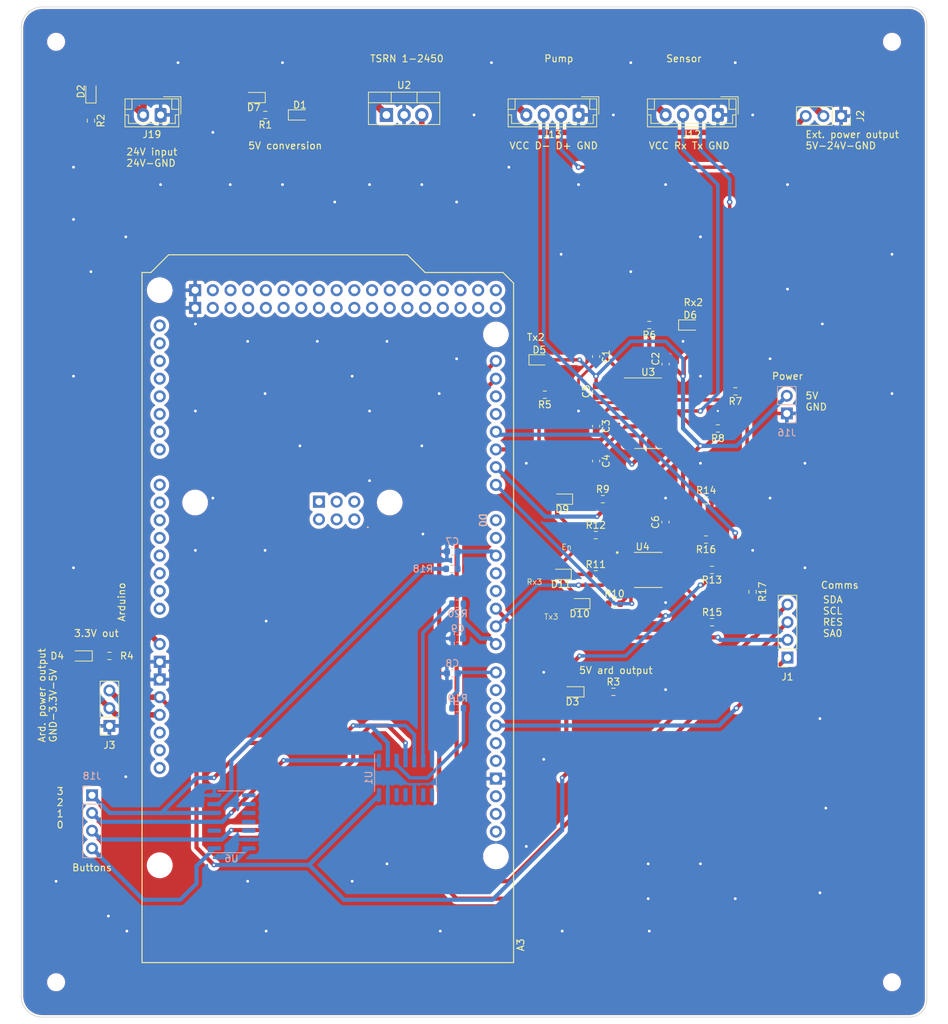
<source format=kicad_pcb>
(kicad_pcb (version 20221018) (generator pcbnew)
  (layers (0 "F.Cu" signal) (31 "B.Cu" signal) (34 "B.Paste" user) (35 "F.Paste" user) (36 "B.SilkS" user "B.Silkscreen") (37 "F.SilkS" user "F.Silkscreen") (38 "B.Mask" user) (39 "F.Mask" user) (44 "Edge.Cuts" user))
  (net 0 "")
  (net 1 "GND")
  (net 2 "/5Vard")
  (net 3 "/Rx2")
  (net 4 "/Tx2")
  (net 28 "/intPin")
  (net 34 "/Tx3")
  (net 35 "/Rx3")
  (net 75 "/RES")
  (net 76 "/TxS")
  (net 77 "/RxS")
  (net 78 "+24V")
  (net 79 "/SCL")
  (net 80 "/SDA")
  (net 81 "Net-(D1-K)")
  (net 82 "Net-(D2-K)")
  (net 83 "Net-(D3-K)")
  (net 84 "Net-(D4-K)")
  (net 85 "+3.3V")
  (net 86 "/EN485")
  (net 87 "/Y0")
  (net 88 "/Y1")
  (net 89 "/Y2")
  (net 90 "/Y3")
  (net 91 "/5VExt")
  (net 94 "Net-(U3-C1+)")
  (net 95 "Net-(U3-C1-)")
  (net 96 "Net-(U3-C2+)")
  (net 97 "Net-(U3-C2-)")
  (net 98 "Net-(U3-VS-)")
  (net 99 "Net-(U3-VS+)")
  (net 100 "Net-(D5-K)")
  (net 101 "Net-(D6-K)")
  (net 102 "Net-(D9-K)")
  (net 103 "Net-(D10-K)")
  (net 104 "Net-(D11-K)")
  (net 105 "/SA0")
  (net 106 "/D+")
  (net 107 "/D-")
  (net 108 "/RS435adapter/D+chip")
  (net 109 "/RS435adapter/D-chip")
  (net 114 "/L0")
  (net 115 "/L1")
  (net 118 "/NAND(Y0,Y1,Y2,Y3)")
  (net 119 "/L1d")
  (net 120 "/L0d")
  (net 131 "Net-(D7-K)")
  (footprint "Connector_JST:JST_EH_B2B-EH-A_1x02_P2.50mm_Vertical" (layer "F.Cu") (at 195 87.5 180)
    (fp_text reference "J19")
    (fp_text value "Ext. versorgung conn")
  )
  (footprint "Package_TO_SOT_THT:TO-220-3_Vertical" (layer "F.Cu") (at 227.42 87.5)
    (fp_text reference "U2")
    (fp_text value "L7805")
  )
  (footprint "Resistor_SMD:R_0603_1608Metric" (layer "F.Cu") (at 274.15 152.813 180)
    (fp_text reference "R13")
    (fp_text value "4.7k")
  )
  (footprint "Connector_JST:JST_EH_B4B-EH-A_1x04_P2.50mm_Vertical" (layer "F.Cu") (at 275 87.5 180)
    (fp_text reference "J12")
    (fp_text value "Sensor")
  )
  (footprint "LED_SMD:LED_0603_1608Metric_Pad1.05x0.95mm_HandSolder" (layer "F.Cu") (at 208.375 85 180)
    (fp_text reference "D7")
    (fp_text value "D")
  )
  (footprint "Resistor_SMD:R_0603_1608Metric" (layer "F.Cu") (at 265.1565 117.6565 180)
    (fp_text reference "R6")
    (fp_text value "1k")
  )
  (footprint "LED_SMD:LED_0603_1608Metric_Pad1.05x0.95mm_HandSolder" (layer "F.Cu") (at 271.0315 117.6565)
    (fp_text reference "D6")
    (fp_text value "LED")
  )
  (footprint "Capacitor_SMD:C_0603_1608Metric" (layer "F.Cu") (at 257.525 127.178 90)
    (fp_text reference "C5")
    (fp_text value "0.1u")
  )
  (footprint "LED_SMD:LED_0603_1608Metric_Pad1.05x0.95mm_HandSolder" (layer "F.Cu") (at 254.125 170.313 180)
    (fp_text reference "D3")
    (fp_text value "LED")
  )
  (footprint "Resistor_SMD:R_0603_1608Metric_Pad0.98x0.95mm_HandSolder" (layer "F.Cu") (at 187.6565 165.1565)
    (fp_text reference "R4")
    (fp_text value "1k")
  )
  (footprint "Capacitor_SMD:C_0603_1608Metric" (layer "F.Cu") (at 257.525 122.178 -90)
    (fp_text reference "C1")
    (fp_text value "0.1u")
  )
  (footprint "Package_SO:SOIC-16_3.9x9.9mm_P1.27mm" (layer "F.Cu") (at 265 130.313)
    (fp_text reference "U3")
    (fp_text value "MAX3232")
  )
  (footprint "LED_SMD:LED_0603_1608Metric" (layer "F.Cu") (at 252.475 153.448 180)
    (fp_text reference "D11")
    (fp_text value "LED")
  )
  (footprint "MountingHole:MountingHole_2.1mm" (layer "F.Cu") (at 180 77)
    (fp_text reference "REF**" hide)
    (fp_text value "MountingHole_2.1mm")
  )
  (footprint "Resistor_SMD:R_0603_1608Metric_Pad0.98x0.95mm_HandSolder" (layer "F.Cu") (at 260 170.313)
    (fp_text reference "R3")
    (fp_text value "1k")
  )
  (footprint "Resistor_SMD:R_0603_1608Metric" (layer "F.Cu") (at 273.325 142.813)
    (fp_text reference "R14")
    (fp_text value "4.7k")
  )
  (footprint "Resistor_SMD:R_0603_1608Metric" (layer "F.Cu") (at 258.4815 142.6565)
    (fp_text reference "R9")
    (fp_text value "1k")
  )
  (footprint "Resistor_SMD:R_0603_1608Metric_Pad0.98x0.95mm_HandSolder" (layer "F.Cu") (at 210.0375 87.5 180)
    (fp_text reference "R1")
    (fp_text value "1k")
  )
  (footprint "Resistor_SMD:R_0603_1608Metric" (layer "F.Cu") (at 275 132.5 180)
    (fp_text reference "R8")
    (fp_text value "4.7k")
  )
  (footprint "LED_SMD:LED_0603_1608Metric" (layer "F.Cu") (at 249.369 122.6565)
    (fp_text reference "D5")
    (fp_text value "LED")
  )
  (footprint "Resistor_SMD:R_0603_1608Metric" (layer "F.Cu") (at 257.475 153.448)
    (fp_text reference "R11")
    (fp_text value "1k")
  )
  (footprint "LED_SMD:LED_0603_1608Metric" (layer "F.Cu") (at 255.1565 157.6565 180)
    (fp_text reference "D10")
    (fp_text value "LED")
  )
  (footprint "MountingHole:MountingHole_2.1mm" (layer "F.Cu") (at 300 212)
    (fp_text reference "REF**" hide)
    (fp_text value "MountingHole_2.1mm")
  )
  (footprint "Connector_PinSocket_2.54mm:PinSocket_1x03_P2.54mm_Vertical" (layer "F.Cu") (at 292.6965 87.6565 -90)
    (fp_text reference "J2")
    (fp_text value "Opt. ext. Ausgangsspannung")
  )
  (footprint "MountingHole:MountingHole_2.1mm" (layer "F.Cu") (at 300 77)
    (fp_text reference "REF**" hide)
    (fp_text value "MountingHole_2.1mm")
  )
  (footprint "Capacitor_SMD:C_0603_1608Metric" (layer "F.Cu") (at 267.5 123.275 90)
    (fp_text reference "C2")
    (fp_text value ".1u")
  )
  (footprint "LED_SMD:LED_0603_1608Metric_Pad1.05x0.95mm_HandSolder" (layer "F.Cu") (at 215 87.5)
    (fp_text reference "D1")
    (fp_text value "LED")
  )
  (footprint "Resistor_SMD:R_0603_1608Metric" (layer "F.Cu") (at 257.475 147.813)
    (fp_text reference "R12")
    (fp_text value "10k")
  )
  (footprint "Resistor_SMD:R_0603_1608Metric" (layer "F.Cu") (at 260.1565 157.6565)
    (fp_text reference "R10")
    (fp_text value "1k")
  )
  (footprint "Connector_PinSocket_2.54mm:PinSocket_1x03_P2.54mm_Vertical" (layer "F.Cu") (at 187.6565 175.1965 180)
    (fp_text reference "J3")
    (fp_text value "Opt. Ard. Ausgangspannung")
  )
  (footprint "Capacitor_SMD:C_0603_1608Metric" (layer "F.Cu") (at 267.475 145.948 90)
    (fp_text reference "C6")
    (fp_text value ".1u")
  )
  (footprint "Connector_PinSocket_2.54mm:PinSocket_1x04_P2.54mm_Vertical" (layer "F.Cu") (at 285 165.393 180)
    (fp_text reference "J1")
    (fp_text value "Comms")
  )
  (footprint "LED_SMD:LED_0603_1608Metric" (layer "F.Cu") (at 252.6565 142.6565 180)
    (fp_text reference "D9")
    (fp_text value "LED")
  )
  (footprint "LED_SMD:LED_0603_1608Metric_Pad1.05x0.95mm_HandSolder" (layer "F.Cu") (at 183.5315 165.1565 180)
    (fp_text reference "D4")
    (fp_text value "LED")
  )
  (footprint "Resistor_SMD:R_0603_1608Metric" (layer "F.Cu") (at 277.525 127.178 180)
    (fp_text reference "R7")
    (fp_text value "4.7k")
  )
  (footprint "LED_SMD:LED_0603_1608Metric_Pad1.05x0.95mm_HandSolder" (layer "F.Cu") (at 185 84.125 90)
    (fp_text reference "D2")
    (fp_text value "LED")
  )
  (footprint "Resistor_SMD:R_0603_1608Metric" (layer "F.Cu") (at 185 88.325 -90)
    (fp_text reference "R2")
    (fp_text value "1k")
  )
  (footprint "Capacitor_SMD:C_0603_1608Metric" (layer "F.Cu") (at 257.525 137.178 -90)
    (fp_text reference "C4")
    (fp_text value "0.1u")
  )
  (footprint "MAX485:SOIC127P600X175-8N" (layer "F.Cu") (at 265 152.813)
    (fp_text reference "U4")
    (fp_text value "MAX485ESA_T")
  )
  (footprint "Resistor_SMD:R_0603_1608Metric" (layer "F.Cu") (at 279.975 155.948 -90)
    (fp_text reference "R17")
    (fp_text value "120")
  )
  (footprint "Resistor_SMD:R_0603_1608Metric" (layer "F.Cu") (at 250.1565 127.6565 180)
    (fp_text reference "R5")
    (fp_text value "1k")
  )
  (footprint "Resistor_SMD:R_0603_1608Metric" (layer "F.Cu") (at 273.3 148.448 180)
    (fp_text reference "R16")
    (fp_text value "10")
  )
  (footprint "Resistor_SMD:R_0603_1608Metric" (layer "F.Cu") (at 274.175 160.313)
    (fp_text reference "R15")
    (fp_text value "10")
  )
  (footprint "MountingHole:MountingHole_2.1mm" (layer "F.Cu") (at 180 212)
    (fp_text reference "REF**" hide)
    (fp_text value "MountingHole_2.1mm")
  )
  (footprint "Capacitor_SMD:C_0603_1608Metric" (layer "F.Cu") (at 257.525 132.178 -90)
    (fp_text reference "C3")
    (fp_text value "0.1u")
  )
  (footprint "Connector_JST:JST_EH_B4B-EH-A_1x04_P2.50mm_Vertical" (layer "F.Cu") (at 255 87.5 180)
    (fp_text reference "J13")
    (fp_text value "Bomba")
  )
  (footprint "Capacitor_SMD:C_0603_1608Metric" (layer "B.Cu") (at 237.6565 162.6565 180)
    (fp_text reference "C9")
    (fp_text value "0.1u")
  )
  (footprint "Capacitor_SMD:C_0603_1608Metric" (layer "B.Cu") (at 236.8815 167.6565 180)
    (fp_text reference "C8")
    (fp_text value "0.1u")
  )
  (footprint "Resistor_SMD:R_0603_1608Metric" (layer "B.Cu") (at 237.6565 172.6565 180)
    (fp_text reference "R19")
    (fp_text value "10k")
  )
  (footprint "Resistor_SMD:R_0603_1608Metric" (layer "B.Cu") (at 236.8315 152.6565)
    (fp_text reference "R18")
    (fp_text value "10k")
  )
  (footprint "Resistor_SMD:R_0603_1608Metric" (layer "B.Cu") (at 237.6565 157.6565)
    (fp_text reference "R20")
    (fp_text value "10k")
  )
  (footprint "Capacitor_SMD:C_0603_1608Metric" (layer "B.Cu") (at 236.8815 150.1565 180)
    (fp_text reference "C7")
    (fp_text value "0.1u")
  )
  (footprint "Package_SO:SOIC-14_3.9x8.7mm_P1.27mm" (layer "B.Cu") (at 205.1815 188.9665)
    (fp_text reference "U6")
    (fp_text value "74LS20")
  )
  (footprint "Connector_PinSocket_2.54mm:PinSocket_1x02_P2.54mm_Vertical" (layer "B.Cu") (at 284.898 130.353)
    (fp_text reference "J16")
    (fp_text value "Power")
  )
  (footprint "Connector_PinSocket_2.54mm:PinSocket_1x04_P2.54mm_Vertical" (layer "B.Cu") (at 185.1565 185.1565 180)
    (fp_text reference "J18")
    (fp_text value "Buttons")
  )
  (footprint "Package_SO:SOIC-14_3.9x8.7mm_P1.27mm" (layer "B.Cu") (at 230.1565 182.6565 -90)
    (fp_text reference "U1")
    (fp_text value "74LS01")
  )
  (footprint "Arduino:Arduino_Mega2560_R3_Shield" (layer "B.Cu") (at 192.3365 209.1765 90)
    (fp_text reference "A3")
    (fp_text value "Arduino_Mega2560_R3_Shield")
  )
  (gr_line (start 300 217) (end 302.5 217) (stroke (width 0.1)) (layer "Edge.Cuts"))
  (gr_arc (start 178 217) (mid 175.87868 216.12132) (end 175 214) (stroke (width 0.1)) (layer "Edge.Cuts"))
  (gr_arc (start 302.5 72) (mid 304.267767 72.732233) (end 305 74.5) (stroke (width 0.1)) (layer "Edge.Cuts"))
  (gr_line (start 305 75) (end 305 213.75) (stroke (width 0.1)) (layer "Edge.Cuts"))
  (gr_line (start 178 72) (end 302.5 72) (stroke (width 0.1)) (layer "Edge.Cuts"))
  (gr_line (start 300 217) (end 178 217) (stroke (width 0.1)) (layer "Edge.Cuts"))
  (gr_line (start 175 214) (end 175 75) (stroke (width 0.1)) (layer "Edge.Cuts"))
  (gr_line (start 305 214.5) (end 305 213.75) (stroke (width 0.1)) (layer "Edge.Cuts"))
  (gr_line (start 305 74.5) (end 305 75) (stroke (width 0.1)) (layer "Edge.Cuts"))
  (gr_arc (start 305 214.5) (mid 304.267767 216.267767) (end 302.5 217) (stroke (width 0.1)) (layer "Edge.Cuts"))
  (gr_arc (start 175 75) (mid 175.87868 72.87868) (end 178 72) (stroke (width 0.1)) (layer "Edge.Cuts"))
  (gr_text "Arduino" (at 190 160.313 90) (layer "F.SilkS") (effects (font (size 1 1)) (justify left bottom)))
  (gr_text "3\n2\n1\n0" (at 180 190) (layer "F.SilkS") (effects (font (size 1 1)) (justify left bottom)))
  (gr_text "Tx2" (at 247.5 120) (layer "F.SilkS") (effects (font (size 1 1)) (justify left bottom)))
  (gr_text "Rx3" (at 247.5 155) (layer "F.SilkS") (effects (font (size 0.8 0.8) (thickness 0.1)) (justify left bottom)))
  (gr_text "Ard. power output\nGND-3.3V-5V" (at 180.1565 177.6565 90) (layer "F.SilkS") (effects (font (size 1 1)) (justify left bottom)))
  (gr_text "Tx3" (at 250 160) (layer "F.SilkS") (effects (font (size 0.8 0.8) (thickness 0.1) bold) (justify left bottom)))
  (gr_text "24V input\n24V-GND" (at 190 95) (layer "F.SilkS") (effects (font (size 1 1)) (justify left bottom)))
  (gr_text "5V\nGND" (at 287.5 130) (layer "F.SilkS") (effects (font (size 1 1)) (justify left bottom)))
  (gr_text "5V ard output" (at 255 167.813) (layer "F.SilkS") (effects (font (size 1 1)) (justify left bottom)))
  (gr_text "Sensor\n" (at 267.5 80) (layer "F.SilkS") (effects (font (size 1 1)) (justify left bottom)))
  (gr_text "Ext. power output\n5V-24V-GND" (at 287.5 92.5) (layer "F.SilkS") (effects (font (size 1 1)) (justify left bottom)))
  (gr_text "SDA\nSCL\nRES\nSA0" (at 290 162.5) (layer "F.SilkS") (effects (font (size 1 1)) (justify left bottom)))
  (gr_text "VCC D- D+ GND" (at 245 92.5) (layer "F.SilkS") (effects (font (size 1 1)) (justify left bottom)))
  (gr_text "5V conversion" (at 207.5 92.5) (layer "F.SilkS") (effects (font (size 1 1)) (justify left bottom)))
  (gr_text "Pump\n" (at 250 80) (layer "F.SilkS") (effects (font (size 1 1)) (justify left bottom)))
  (gr_text "VCC Rx Tx GND" (at 265 92.5) (layer "F.SilkS") (effects (font (size 1 1)) (justify left bottom)))
  (gr_text "En" (at 252.5 150) (layer "F.SilkS") (effects (font (size 0.8 0.8) (thickness 0.1) bold) (justify left bottom)))
  (gr_text "3.3V out" (at 182.5 162.5) (layer "F.SilkS") (effects (font (size 1 1)) (justify left bottom)))
  (gr_text "Rx2" (at 270 115) (layer "F.SilkS") (effects (font (size 1 1)) (justify left bottom)))
  (gr_text "TSRN 1-2450" (at 225 80) (layer "F.SilkS") (effects (font (size 1 1)) (justify left bottom)))
  (segment (start 270.362 127.138) (end 272.5 125) (width 0.5) (layer "F.Cu") (net 1))
  (segment (start 267.475 127.138) (end 270.362 127.138) (width 0.5) (layer "F.Cu") (net 1))
  (segment (start 267.475 154.718) (end 267.475 157.475) (width 0.5) (layer "F.Cu") (net 1))
  (segment (start 267.475 157.475) (end 267.5 157.5) (width 0.5) (layer "F.Cu") (net 1))
  (via (at 245 95) (size 0.8) (drill 0.4) (layers "F.Cu" "B.Cu") (net 1))
  (via (at 262.5 80) (size 0.8) (drill 0.4) (layers "F.Cu" "B.Cu") (net 1))
  (via (at 247.5 192.5) (size 0.8) (drill 0.4) (layers "F.Cu" "B.Cu") (net 1))
  (via (at 182.5 152.5) (size 0.8) (drill 0.4) (layers "F.Cu" "B.Cu") (net 1))
  (via (at 215 135) (size 0.8) (drill 0.4) (layers "F.Cu" "B.Cu") (net 1))
  (via (at 287.5 152.5) (size 0.8) (drill 0.4) (layers "F.Cu" "B.Cu") (net 1))
  (via (at 289.6565 199.1565) (size 0.8) (drill 0.4) (layers "F.Cu" "B.Cu") (net 1))
  (via (at 275 130) (size 0.7) (drill 0.3) (layers "F.Cu" "B.Cu") (net 1))
  (via (at 225 140) (size 0.8) (drill 0.4) (layers "F.Cu" "B.Cu") (net 1))
  (via (at 200 130) (size 0.8) (drill 0.4) (layers "F.Cu" "B.Cu") (net 1))
  (via (at 232.5 135) (size 0.8) (drill 0.4) (layers "F.Cu" "B.Cu") (net 1))
  (via (at 237.5 122.5) (size 0.8) (drill 0.4) (layers "F.Cu" "B.Cu") (net 1))
  (via (at 227.5 120) (size 0.8) (drill 0.4) (layers "F.Cu" "B.Cu") (net 1))
  (via (at 265 200) (size 0.8) (drill 0.4) (layers "F.Cu" "B.Cu") (net 1))
  (via (at 180 197.5) (size 0.8) (drill 0.4) (layers "F.Cu" "B.Cu") (net 1))
  (via (at 195 97.5) (size 0.8) (drill 0.4) (layers "F.Cu" "B.Cu") (net 1))
  (via (at 285 97.5) (size 0.8) (drill 0.4) (layers "F.Cu" "B.Cu") (net 1))
  (via (at 240 87.5) (size 0.8) (drill 0.4) (layers "F.Cu" "B.Cu") (net 1))
  (via (at 300 127.5) (size 0.8) (drill 0.4) (layers "F.Cu" "B.Cu") (net 1))
  (via (at 250 180) (size 0.8) (drill 0.4) (layers "F.Cu" "B.Cu") (net 1))
  (via (at 285 112.5) (size 0.8) (drill 0.4) (layers "F.Cu" "B.Cu") (net 1))
  (via (at 182.5 125) (size 0.8) (drill 0.4) (layers "F.Cu" "B.Cu") (net 1))
  (via (at 270 120) (size 0.8) (drill 0.4) (layers "F.Cu" "B.Cu") (net 1))
  (via (at 280 150) (size 0.8) (drill 0.4) (layers "F.Cu" "B.Cu") (net 1))
  (via (at 190.1565 204.6565) (size 0.8) (drill 0.4) (layers "F.Cu" "B.Cu") (net 1))
  (via (at 212.5 97.5) (size 0.8) (drill 0.4) (layers "F.Cu" "B.Cu") (net 1))
  (via (at 207.5 197.5) (size 0.8) (drill 0.4) (layers "F.Cu" "B.Cu") (net 1))
  (via (at 222.5 125) (size 0.8) (drill 0.4) (layers "F.Cu" "B.Cu") (net 1))
  (via (at 277.5 200) (size 0.8) (drill 0.4) (layers "F.Cu" "B.Cu") (net 1))
  (via (at 300 107.5) (size 0.8) (drill 0.4) (layers "F.Cu" "B.Cu") (net 1))
  (via (at 272.5 105) (size 0.8) (drill 0.4) (layers "F.Cu" "B.Cu") (net 1))
  (via (at 272.5 137.5) (size 0.8) (drill 0.4) (layers "F.Cu" "B.Cu") (net 1))
  (via (at 207.5 120) (size 0.8) (drill 0.4) (layers "F.Cu" "B.Cu") (net 1))
  (via (at 202.5 142.5) (size 0.8) (drill 0.4) (layers "F.Cu" "B.Cu") (net 1))
  (via (at 265 195) (size 0.8) (drill 0.4) (layers "F.Cu" "B.Cu") (net 1))
  (via (at 210.1565 204.6565) (size 0.8) (drill 0.4) (layers "F.Cu" "B.Cu") (net 1))
  (via (at 197.5 80) (size 0.8) (drill 0.4) (layers "F.Cu" "B.Cu") (net 1))
  (via (at 235.1565 204.6565) (size 0.8) (drill 0.4) (layers "F.Cu" "B.Cu") (net 1))
  (via (at 220 100) (size 0.8) (drill 0.4) (layers "F.Cu" "B.Cu") (net 1))
  (via (at 182.5 102.5) (size 0.8) (drill 0.4) (layers "F.Cu" "B.Cu") (net 1))
  (via (at 289.6565 174.1565) (size 0.8) (drill 0.4) (layers "F.Cu" "B.Cu") (net 1))
  (via (at 232.6565 147.6565) (size 0.8) (drill 0.4) (layers "F.Cu" "B.Cu") (net 1))
  (via (at 210 127.5) (size 0.8) (drill 0.4) (layers "F.Cu" "B.Cu") (net 1))
  (via (at 227.5 195) (size 0.8) (drill 0.4) (layers "F.Cu" "B.Cu") (net 1))
  (via (at 290 117.5) (size 0.8) (drill 0.4) (layers "F.Cu" "B.Cu") (net 1))
  (via (at 205 97.5) (size 0.8) (drill 0.4) (layers "F.Cu" "B.Cu") (net 1))
  (via (at 255 97.5) (size 0.8) (drill 0.4) (layers "F.Cu" "B.Cu") (net 1))
  (via (at 267.5 170) (size 0.8) (drill 0.4) (layers "F.Cu" "B.Cu") (net 1))
  (via (at 272.5 125) (size 0.8) (drill 0.4) (layers "F.Cu" "B.Cu") (net 1))
  (via (at 247.5 137.5) (size 0.8) (drill 0.4) (layers "F.Cu" "B.Cu") (net 1))
  (via (at 210 150) (size 0.8) (drill 0.4) (layers "F.Cu" "B.Cu") (net 1))
  (via (at 282.5 122.5) (size 0.8) (drill 0.4) (layers "F.Cu" "B.Cu") (net 1))
  (via (at 200 117.5) (size 0.8) (drill 0.4) (layers "F.Cu" "B.Cu") (net 1))
  (via (at 267.5 157.5) (size 0.8) (drill 0.4) (layers "F.Cu" "B.Cu") (net 1))
  (via (at 252.6565 204.6565) (size 0.8) (drill 0.4) (layers "F.Cu" "B.Cu") (net 1))
  (via (at 277.5 80) (size 0.8) (drill 0.4) (layers "F.Cu" "B.Cu") (net 1))
  (via (at 252.5 107.5) (size 0.8) (drill 0.4) (layers "F.Cu" "B.Cu") (net 1))
  (via (at 250 167.5) (size 0.8) (drill 0.4) (layers "F.Cu" "B.Cu") (net 1))
  (via (at 190 105) (size 0.8) (drill 0.4) (layers "F.Cu" "B.Cu") (net 1))
  (via (at 255 130) (size 0.8) (drill 0.4) (layers "F.Cu" "B.Cu") (net 1))
  (via (at 185 110) (size 0.8) (drill 0.4) (layers "F.Cu" "B.Cu") (net 1))
  (via (at 202.5 90) (size 0.8) (drill 0.4) (layers "F.Cu" "B.Cu") (net 1))
  (via (at 290.5 187) (size 0.8) (drill 0.4) (layers "F.Cu" "B.Cu") (net 1))
  (via (at 212.5 80) (size 0.8) (drill 0.4) (layers "F.Cu" "B.Cu") (net 1))
  (via (at 182.5 95) (size 0.8) (drill 0.4) (layers "F.Cu" "B.Cu") (net 1))
  (via (at 210.1565 160.1565) (size 0.8) (drill 0.4) (layers "F.Cu" "B.Cu") (net 1))
  (via (at 237.5 100) (size 0.8) (drill 0.4) (layers "F.Cu" "B.Cu") (net 1))
  (via (at 242.5 80) (size 0.8) (drill 0.4) (layers "F.Cu" "B.Cu") (net 1))
  (via (at 222.5 197.5) (size 0.8) (drill 0.4) (layers "F.Cu" "B.Cu") (net 1))
  (via (at 225 97.5) (size 0.8) (drill 0.4) (layers "F.Cu" "B.Cu") (net 1))
  (via (at 287.5 137.5) (size 0.8) (drill 0.4) (layers "F.Cu" "B.Cu") (net 1))
  (via (at 262.5 110) (size 0.8) (drill 0.4) (layers "F.Cu" "B.Cu") (net 1))
  (via (at 267.5 142.5) (size 0.8) (drill 0.4) (layers "F.Cu" "B.Cu") (net 1))
  (via (at 190 182.5) (size 0.8) (drill 0.4) (layers "F.Cu" "B.Cu") (net 1))
  (via (at 225 130) (size 0.8) (drill 0.4) (layers "F.Cu" "B.Cu") (net 1))
  (via (at 217.5 120) (size 0.8) (drill 0.4) (layers "F.Cu" "B.Cu") (net 1))
  (via (at 232.5 97.5) (size 0.8) (drill 0.4) (layers "F.Cu" "B.Cu") (net 1))
  (via (at 280 87.5) (size 0.8) (drill 0.4) (layers "F.Cu" "B.Cu") (net 1))
  (via (at 187.5 202.5) (size 0.8) (drill 0.4) (layers "F.Cu" "B.Cu") (net 1))
  (via (at 272.5 195) (size 0.8) (drill 0.4) (layers "F.Cu" "B.Cu") (net 1))
  (via (at 265.1565 204.6565) (size 0.8) (drill 0.4) (layers "F.Cu" "B.Cu") (net 1))
  (via (at 267.5 97.5) (size 0.8) (drill 0.4) (layers "F.Cu" "B.Cu") (net 1))
  (via (at 260 87.5) (size 0.8) (drill 0.4) (layers "F.Cu" "B.Cu") (net 1))
  (via (at 200 150) (size 0.8) (drill 0.4) (layers "F.Cu" "B.Cu") (net 1))
  (via (at 235 127.5) (size 0.8) (drill 0.4) (layers "F.Cu" "B.Cu") (net 1))
  (via (at 282.5 142.5) (size 0.8) (drill 0.4) (layers "F.Cu" "B.Cu") (net 1))
  (segment (start 233.9665 180.1815) (end 233.9665 178.5335) (width 0.6) (layer "B.Cu") (net 1))
  (segment (start 233.9665 178.5335) (end 235 177.5) (width 0.6) (layer "B.Cu") (net 1))
  (segment (start 257.525 126.403) (end 257.525 125.025) (width 0.5) (layer "F.Cu") (net 2))
  (segment (start 273.325 135) (end 272.5 135) (width 0.6) (layer "F.Cu") (net 2))
  (segment (start 263.75 160) (end 256.7125 160) (width 0.5) (layer "F.Cu") (net 2))
  (segment (start 275.825 132.5) (end 273.325 135) (width 0.6) (layer "F.Cu") (net 2))
  (segment (start 251.869 142.6565) (end 251.869 144.76275) (width 0.5) (layer "F.Cu") (net 2))
  (segment (start 267.5 125.843) (end 267.475 125.868) (width 0.6) (layer "F.Cu") (net 2))
  (segment (start 188.6165 171.0765) (end 187.6565 170.1165) (width 0.8) (layer "F.Cu") (net 2))
  (segment (start 272.5 155) (end 272.788 155) (width 0.5) (layer "F.Cu") (net 2))
  (segment (start 257.525 125.025) (end 257.5 125) (width 0.5) (layer "F.Cu") (net 2))
  (segment (start 278.35 129.15) (end 278.35 127.178) (width 0.6) (layer "F.Cu") (net 2))
  (segment (start 265 152.5) (end 266.592 150.908) (width 0.5) (layer "F.Cu") (net 2))
  (segment (start 267.5 124.05) (end 269.05 124.05) (width 0.6) (layer "F.Cu") (net 2))
  (segment (start 267.5 159.4135) (end 266.9135 159.4135) (width 0.5) (layer "F.Cu") (net 2))
  (segment (start 253.25 182.063) (end 252.6565 182.6565) (width 0.6) (layer "F.Cu") (net 2))
  (segment (start 194.8765 171.0765) (end 188.6165 171.0765) (width 0.8) (layer "F.Cu") (net 2))
  (segment (start 270.1565 124.8435) (end 270.1565 122.6565) (width 0.5) (layer "F.Cu") (net 2))
  (segment (start 267.5 124.05) (end 267.5 125.843) (width 0.6) (layer "F.Cu") (net 2))
  (segment (start 275.825 132.5) (end 275.825 131.675) (width 0.6) (layer "F.Cu") (net 2))
  (segment (start 270.1565 122.6565) (end 271.9065 120.9065) (width 0.5) (layer "F.Cu") (net 2))
  (segment (start 254.369 156.1295) (end 254.369 157.6565) (width 0.5) (layer "F.Cu") (net 2))
  (segment (start 270 144.198) (end 267.475 146.723) (width 0.6) (layer "F.Cu") (net 2))
  (segment (start 251.6875 152.7755) (end 251.6875 153.448) (width 0.5) (layer "F.Cu") (net 2))
  (segment (start 202.6565 195.1565) (end 200.1565 192.6565) (width 0.6) (layer "F.Cu") (net 2))
  (segment (start 200.1565 192.6565) (end 200.1565 176.3565) (width 0.6) (layer "F.Cu") (net 2))
  (segment (start 270 125) (end 270.1565 124.8435) (width 0.5) (layer "F.Cu") (net 2))
  (segment (start 264.3365 159.4135) (end 263.75 160) (width 0.5) (layer "F.Cu") (net 2))
  (segment (start 256.65 147.813) (end 251.6875 152.7755) (width 0.5) (layer "F.Cu") (net 2))
  (segment (start 256.7125 160) (end 254.369 157.6565) (width 0.5) (layer "F.Cu") (net 2))
  (segment (start 272.5 135) (end 270 137.5) (width 0.6) (layer "F.Cu") (net 2))
  (segment (start 251.6875 153.448) (end 254.369 156.1295) (width 0.5) (layer "F.Cu") (net 2))
  (segment (start 275.825 131.675) (end 278.35 129.15) (width 0.6) (layer "F.Cu") (net 2))
  (segment (start 269.05 124.05) (end 270 125) (width 0.6) (layer "F.Cu") (net 2))
  (segment (start 266.592 150.908) (end 267.475 150.908) (width 0.5) (layer "F.Cu") (net 2))
  (segment (start 253.25 170.313) (end 253.25 167.063) (width 0.6) (layer "F.Cu") (net 2))
  (segment (start 266.9135 159.4135) (end 265 157.5) (width 0.5) (layer "F.Cu") (net 2))
  (segment (start 251.869 144.76275) (end 251.909375 144.76275) (width 0.5) (layer "F.Cu") (net 2))
  (segment (start 272.788 155) (end 274.975 152.813) (width 0.5) (layer "F.Cu") (net 2))
  (segment (start 271.9065 120.9065) (end 271.9065 117.6565) (width 0.5) (layer "F.Cu") (net 2))
  (segment (start 253.25 170.313) (end 253.25 182.063) (width 0.6) (layer "F.Cu") (net 2))
  (segment (start 270 137.5) (end 270 144.198) (width 0.6) (layer "F.Cu") (net 2))
  (segment (start 253.25 167.063) (end 255.1565 165.1565) (width 0.6) (layer "F.Cu") (net 2))
  (segment (start 254.959625 147.813) (end 256.65 147.813) (width 0.5) (layer "F.Cu") (net 2))
  (segment (start 255.1565 122.6565) (end 250.1565 122.6565) (width 0.5) (layer "F.Cu") (net 2))
  (segment (start 251.909375 144.76275) (end 254.959625 147.813) (width 0.5) (layer "F.Cu") (net 2))
  (segment (start 200.1565 176.3565) (end 194.8765 171.0765) (width 0.6) (layer "F.Cu") (net 2))
  (segment (start 267.475 146.723) (end 267.475 150.908) (width 0.5) (layer "F.Cu") (net 2))
  (segment (start 267.5 159.4135) (end 264.3365 159.4135) (width 0.5) (layer "F.Cu") (net 2))
  (segment (start 265 157.5) (end 265 152.5) (width 0.5) (layer "F.Cu") (net 2))
  (via (at 255.1565 165.1565) (size 0.7) (drill 0.3) (layers "F.Cu" "B.Cu") (net 2))
  (via (at 272.5 155) (size 0.8) (drill 0.4) (layers "F.Cu" "B.Cu") (net 2))
  (via (at 272.5 135) (size 0.8) (drill 0.4) (layers "F.Cu" "B.Cu") (net 2))
  (via (at 270 125) (size 0.8) (drill 0.4) (layers "F.Cu" "B.Cu") (net 2))
  (via (at 202.6565 195.1565) (size 0.7) (drill 0.3) (layers "F.Cu" "B.Cu") (net 2))
  (via (at 255.1565 122.6565) (size 0.7) (drill 0.3) (layers "F.Cu" "B.Cu") (net 2))
  (via (at 267.5 159.4135) (size 0.8) (drill 0.4) (layers "F.Cu" "B.Cu") (net 2))
  (via (at 257.5 125) (size 0.8) (drill 0.4) (layers "F.Cu" "B.Cu") (net 2))
  (via (at 252.6565 182.6565) (size 0.7) (drill 0.3) (layers "F.Cu" "B.Cu") (net 2))
  (segment (start 205.1565 195.1565) (end 207.5365 192.7765) (width 0.6) (layer "B.Cu") (net 2))
  (segment (start 277.711 135) (end 284.898 127.813) (width 0.6) (layer "B.Cu") (net 2))
  (segment (start 242.6565 200.1565) (end 252.6565 190.1565) (width 0.6) (layer "B.Cu") (net 2))
  (segment (start 267.5 159.4135) (end 268.0865 159.4135) (width 0.5) (layer "B.Cu") (net 2))
  (segment (start 205.1565 195.1565) (end 216.3215 195.1565) (width 0.6) (layer "B.Cu") (net 2))
  (segment (start 268.0865 159.4135) (end 272.5 155) (width 0.5) (layer "B.Cu") (net 2))
  (segment (start 261.757 165.1565) (end 267.5 159.4135) (width 0.5) (layer "B.Cu") (net 2))
  (segment (start 257.5 125) (end 255.1565 122.6565) (width 0.5) (layer "B.Cu") (net 2))
  (segment (start 257.5 125) (end 262.5 120) (width 0.5) (layer "B.Cu") (net 2))
  (segment (start 270 132.5) (end 272.5 135) (width 0.6) (layer "B.Cu") (net 2))
  (segment (start 255.1565 165.1565) (end 261.757 165.1565) (width 0.5) (layer "B.Cu") (net 2))
  (segment (start 272.5 135) (end 277.711 135) (width 0.6) (layer "B.Cu") (net 2))
  (segment (start 270 125) (end 270 132.5) (width 0.6) (layer "B.Cu") (net 2))
  (segment (start 270 122.5) (end 270 125) (width 0.5) (layer "B.Cu") (net 2))
  (segment (start 262.5 120) (end 267.5 120) (width 0.5) (layer "B.Cu") (net 2))
  (segment (start 216.3215 195.1565) (end 226.3465 185.1315) (width 0.6) (layer "B.Cu") (net 2))
  (segment (start 207.5365 192.7765) (end 207.6565 192.7765) (width 0.6) (layer "B.Cu") (net 2))
  (segment (start 202.6565 195.1565) (end 205.1565 195.1565) (width 0.6) (layer "B.Cu") (net 2))
  (segment (start 216.3215 195.1565) (end 221.3215 200.1565) (width 0.6) (layer "B.Cu") (net 2))
  (segment (start 252.6565 190.1565) (end 252.6565 182.6565) (width 0.6) (layer "B.Cu") (net 2))
  (segment (start 221.3215 200.1565) (end 242.6565 200.1565) (width 0.6) (layer "B.Cu") (net 2))
  (segment (start 267.5 120) (end 270 122.5) (width 0.5) (layer "B.Cu") (net 2))
  (segment (start 267.475 130.948) (end 266.850761 130.948) (width 0.6) (layer "F.Cu") (net 3))
  (segment (start 265.1565 118.4815) (end 264.3315 117.6565) (width 0.6) (layer "F.Cu") (net 3))
  (segment (start 265.1565 129.253739) (end 265.1565 118.4815) (width 0.6) (layer "F.Cu") (net 3))
  (segment (start 264 133.798761) (end 264 136.313) (width 0.6) (layer "F.Cu") (net 3))
  (segment (start 264 136.313) (end 262.6565 137.6565) (width 0.6) (layer "F.Cu") (net 3))
  (segment (start 266.850761 130.948) (end 265.1565 129.253739) (width 0.6) (layer "F.Cu") (net 3))
  (segment (start 266.850761 130.948) (end 264 133.798761) (width 0.6) (layer "F.Cu") (net 3))
  (via (at 262.6565 137.6565) (size 0.7) (drill 0.3) (layers "F.Cu" "B.Cu") (net 3))
  (segment (start 258.4 133.4) (end 243.56 133.4) (width 0.6) (layer "B.Cu") (net 3))
  (segment (start 262.6565 137.6565) (end 258.4 133.4) (width 0.6) (layer "B.Cu") (net 3))
  (segment (start 243.56 133.4) (end 243.1365 132.9765) (width 0.6) (layer "B.Cu") (net 3))
  (segment (start 268.099239 132.218) (end 270 134.118761) (width 0.6) (layer "F.Cu") (net 4))
  (segment (start 270 135) (end 265 140) (width 0.6) (layer "F.Cu") (net 4))
  (segment (start 249.3315 134.3315) (end 250.5165 135.5165) (width 0.5) (layer "F.Cu") (net 4))
  (segment (start 255 140) (end 250.5165 135.5165) (width 0.6) (layer "F.Cu") (net 4))
  (segment (start 270 134.118761) (end 270 135) (width 0.6) (layer "F.Cu") (net 4))
  (segment (start 265 140) (end 255 140) (width 0.6) (layer "F.Cu") (net 4))
  (segment (start 250.5165 135.5165) (end 243.1365 135.5165) (width 0.6) (layer "F.Cu") (net 4))
  (segment (start 249.3315 127.6565) (end 249.3315 134.3315) (width 0.5) (layer "F.Cu") (net 4))
  (segment (start 267.475 132.218) (end 268.099239 132.218) (width 0.6) (layer "F.Cu") (net 4))
  (segment (start 242.5365 150.1565) (end 237.6565 150.1565) (width 0.6) (layer "B.Cu") (net 28))
  (segment (start 237.6565 150.1565) (end 237.6565 152.6565) (width 0.6) (layer "B.Cu") (net 28))
  (segment (start 243.1365 150.7565) (end 242.5365 150.1565) (width 0.6) (layer "B.Cu") (net 28))
  (segment (start 262.525 157.525) (end 262.6565 157.6565) (width 0.5) (layer "F.Cu") (net 34))
  (segment (start 262.525 154.718) (end 262.525 156.113) (width 0.5) (layer "F.Cu") (net 34))
  (segment (start 262.525 156.113) (end 262.525 157.525) (width 0.5) (layer "F.Cu") (net 34))
  (segment (start 262.525 156.113) (end 260.9815 157.6565) (width 0.5) (layer "F.Cu") (net 34))
  (via (at 262.6565 157.6565) (size 0.7) (drill 0.3) (layers "F.Cu" "B.Cu") (net 34))
  (segment (start 260.1965 157.6565) (end 243.1365 140.5965) (width 0.5) (layer "B.Cu") (net 34))
  (segment (start 262.6565 157.6565) (end 260.1965 157.6565) (width 0.5) (layer "B.Cu") (net 34))
  (segment (start 259.3065 142.6565) (end 260.1565 143.5065) (width 0.5) (layer "F.Cu") (net 35))
  (segment (start 259.3065 143.5065) (end 257.6565 145.1565) (width 0.6) (layer "F.Cu") (net 35))
  (segment (start 260.1565 148.5395) (end 262.525 150.908) (width 0.5) (layer "F.Cu") (net 35))
  (segment (start 259.3065 142.6565) (end 259.3065 143.5065) (width 0.6) (layer "F.Cu") (net 35))
  (segment (start 260.1565 143.5065) (end 260.1565 148.5395) (width 0.5) (layer "F.Cu") (net 35))
  (via (at 257.6565 145.1565) (size 0.7) (drill 0.3) (layers "F.Cu" "B.Cu") (net 35))
  (segment (start 257.6565 145.1565) (end 250.2365 145.1565) (width 0.6) (layer "B.Cu") (net 35))
  (segment (start 250.2365 145.1565) (end 243.1365 138.0565) (width 0.6) (layer "B.Cu") (net 35))
  (segment (start 243.1365 158.3765) (end 247.26 162.5) (width 0.6) (layer "F.Cu") (net 75))
  (segment (start 247.26 162.5) (end 275 162.5) (width 0.6) (layer "F.Cu") (net 75))
  (via (at 275 162.5) (size 0.8) (drill 0.4) (layers "F.Cu" "B.Cu") (net 75))
  (segment (start 275.353 162.853) (end 285 162.853) (width 0.6) (layer "B.Cu") (net 75))
  (segment (start 275 162.5) (end 275.353 162.853) (width 0.6) (layer "B.Cu") (net 75))
  (segment (start 275.47 128.408) (end 276.7 127.178) (width 0.5) (layer "F.Cu") (net 76))
  (segment (start 267.475 128.408) (end 275.47 128.408) (width 0.5) (layer "F.Cu") (net 76))
  (segment (start 276.7 100) (end 276.7 127.178) (width 0.5) (layer "F.Cu") (net 76))
  (via (at 276.7 100) (size 0.8) (drill 0.4) (layers "F.Cu" "B.Cu") (net 76))
  (segment (start 276.7 96.7) (end 272.5 92.5) (width 0.5) (layer "B.Cu") (net 76))
  (segment (start 272.5 92.5) (end 272.5 87.5) (width 0.5) (layer "B.Cu") (net 76))
  (segment (start 276.7 100) (end 276.7 96.7) (width 0.5) (layer "B.Cu") (net 76))
  (segment (start 274.175 132.5) (end 271.552 132.5) (width 0.5) (layer "F.Cu") (net 77))
  (segment (start 269.2085 130.1565) (end 269.365 130) (width 0.5) (layer "F.Cu") (net 77))
  (segment (start 267.475 129.678) (end 268.73 129.678) (width 0.6) (layer "F.Cu") (net 77))
  (segment (start 271.552 132.5) (end 269.2085 130.1565) (width 0.5) (layer "F.Cu") (net 77))
  (segment (start 269.365 130) (end 272.5 130) (width 0.5) (layer "F.Cu") (net 77))
  (segment (start 268.73 129.678) (end 269.2085 130.1565) (width 0.6) (layer "F.Cu") (net 77))
  (via (at 272.5 130) (size 0.8) (drill 0.4) (layers "F.Cu" "B.Cu") (net 77))
  (segment (start 275 97.5) (end 270 92.5) (width 0.5) (layer "B.Cu") (net 77))
  (segment (start 270 92.5) (end 270 87.5) (width 0.5) (layer "B.Cu") (net 77))
  (segment (start 275 127.5) (end 275 97.5) (width 0.5) (layer "B.Cu") (net 77))
  (segment (start 272.5 130) (end 275 127.5) (width 0.5) (layer "B.Cu") (net 77))
  (segment (start 263.25 83.25) (end 285.75 83.25) (width 1) (layer "F.Cu") (net 78))
  (segment (start 285.75 83.25) (end 290.1565 87.6565) (width 1) (layer "F.Cu") (net 78))
  (segment (start 188.25 83.25) (end 223.17 83.25) (width 1) (layer "F.Cu") (net 78))
  (segment (start 223.17 83.25) (end 243.25 83.25) (width 1) (layer "F.Cu") (net 78))
  (segment (start 207.5 85) (end 193.5 85) (width 1) (layer "F.Cu") (net 78))
  (segment (start 188.25 83.25) (end 192.5 87.5) (width 1) (layer "F.Cu") (net 78))
  (segment (start 243.25 83.25) (end 263.25 83.25) (width 1) (layer "F.Cu") (net 78))
  (segment (start 193.5 85) (end 192.5 86) (width 1) (layer "F.Cu") (net 78))
  (segment (start 243.25 83.25) (end 247.5 87.5) (width 1) (layer "F.Cu") (net 78))
  (segment (start 185 83.25) (end 188.25 83.25) (width 1) (layer "F.Cu") (net 78))
  (segment (start 263.25 83.25) (end 267.5 87.5) (width 1) (layer "F.Cu") (net 78))
  (segment (start 192.5 86) (end 192.5 87.5) (width 1) (layer "F.Cu") (net 78))
  (segment (start 235 130.953) (end 243.1365 122.8165) (width 0.6) (layer "F.Cu") (net 79))
  (segment (start 245.313 200) (end 237.5 200) (width 0.6) (layer "F.Cu") (net 79))
  (segment (start 285 160.313) (end 245.313 200) (width 0.6) (layer "F.Cu") (net 79))
  (segment (start 237.5 200) (end 235 197.5) (width 0.6) (layer "F.Cu") (net 79))
  (segment (start 235 197.5) (end 235 130.953) (width 0.6) (layer "F.Cu") (net 79))
  (segment (start 245 197.5) (end 240 197.5) (width 0.6) (layer "F.Cu") (net 80))
  (segment (start 280 162.5) (end 245 197.5) (width 0.6) (layer "F.Cu") (net 80))
  (segment (start 280.273 162.5) (end 280 162.5) (width 0.6) (layer "F.Cu") (net 80))
  (segment (start 285 157.773) (end 280.273 162.5) (width 0.6) (layer "F.Cu") (net 80))
  (segment (start 240 197.5) (end 237.5 195) (width 0.6) (layer "F.Cu") (net 80))
  (segment (start 237.5 130.993) (end 243.1365 125.3565) (width 0.6) (layer "F.Cu") (net 80))
  (segment (start 237.5 195) (end 237.5 130.993) (width 0.6) (layer "F.Cu") (net 80))
  (segment (start 210.95 87.5) (end 214.125 87.5) (width 0.5) (layer "F.Cu") (net 81))
  (segment (start 185 85) (end 185 87.5) (width 0.5) (layer "F.Cu") (net 82))
  (segment (start 259.0875 170.313) (end 255 170.313) (width 0.5) (layer "F.Cu") (net 83))
  (segment (start 186.744 165.1565) (end 184.4065 165.1565) (width 0.5) (layer "F.Cu") (net 84))
  (segment (start 187.6565 172.6565) (end 182.6565 167.6565) (width 0.8) (layer "F.Cu") (net 85))
  (segment (start 188.6165 173.6165) (end 187.6565 172.6565) (width 0.8) (layer "F.Cu") (net 85))
  (segment (start 182.6565 167.6565) (end 182.6565 165.1565) (width 0.8) (layer "F.Cu") (net 85))
  (segment (start 194.8765 173.6165) (end 188.6165 173.6165) (width 0.8) (layer "F.Cu") (net 85))
  (segment (start 258.3 153.448) (end 260 153.448) (width 0.5) (layer "F.Cu") (net 86))
  (segment (start 258.448 155) (end 255 155) (width 0.5) (layer "F.Cu") (net 86))
  (segment (start 261.27 152.178) (end 260 153.448) (width 0.6) (layer "F.Cu") (net 86))
  (segment (start 258.3 147.813) (end 258.3 153.448) (width 0.5) (layer "F.Cu") (net 86))
  (segment (start 260 153.448) (end 258.448 155) (width 0.5) (layer "F.Cu") (net 86))
  (segment (start 260 153.448) (end 262.525 153.448) (width 0.5) (layer "F.Cu") (net 86))
  (segment (start 262.525 152.178) (end 261.27 152.178) (width 0.6) (layer "F.Cu") (net 86))
  (via (at 255 155) (size 0.8) (drill 0.4) (layers "F.Cu" "B.Cu") (net 86))
  (segment (start 249.053 155) (end 255 155) (width 0.5) (layer "B.Cu") (net 86))
  (segment (start 243.1365 160.9165) (end 249.053 155) (width 0.5) (layer "B.Cu") (net 86))
  (segment (start 192.5365 200.1565) (end 197.8265 200.1565) (width 0.6) (layer "B.Cu") (net 87))
  (segment (start 200.1565 195.3265) (end 202.7065 192.7765) (width 0.6) (layer "B.Cu") (net 87))
  (segment (start 185.1565 192.7765) (end 192.5365 200.1565) (width 0.6) (layer "B.Cu") (net 87))
  (segment (start 200.1565 197.8265) (end 200.1565 195.3265) (width 0.6) (layer "B.Cu") (net 87))
  (segment (start 197.8265 200.1565) (end 200.1565 197.8265) (width 0.6) (layer "B.Cu") (net 87))
  (segment (start 225.1565 175.1565) (end 227.6565 175.1565) (width 0.6) (layer "F.Cu") (net 88))
  (segment (start 227.6565 175.1565) (end 230.1565 177.6565) (width 0.6) (layer "F.Cu") (net 88))
  (segment (start 222.6565 177.6565) (end 225.1565 175.1565) (width 0.6) (layer "F.Cu") (net 88))
  (segment (start 205.1565 190.1565) (end 212.6565 190.1565) (width 0.6) (layer "F.Cu") (net 88))
  (segment (start 212.6565 190.1565) (end 222.6565 180.1565) (width 0.6) (layer "F.Cu") (net 88))
  (segment (start 222.6565 180.1565) (end 222.6565 177.6565) (width 0.6) (layer "F.Cu") (net 88))
  (via (at 230.1565 177.6565) (size 0.7) (drill 0.3) (layers "F.Cu" "B.Cu") (net 88))
  (via (at 205.1565 190.1565) (size 0.7) (drill 0.3) (layers "F.Cu" "B.Cu") (net 88))
  (segment (start 202.7065 191.5065) (end 186.4265 191.5065) (width 0.6) (layer "B.Cu") (net 88))
  (segment (start 203.8065 191.5065) (end 205.1565 190.1565) (width 0.6) (layer "B.Cu") (net 88))
  (segment (start 230.1565 177.6565) (end 230.1565 180.1815) (width 0.6) (layer "B.Cu") (net 88))
  (segment (start 186.4265 191.5065) (end 185.1565 190.2365) (width 0.6) (layer "B.Cu") (net 88))
  (segment (start 202.7065 191.5065) (end 203.8065 191.5065) (width 0.6) (layer "B.Cu") (net 88))
  (segment (start 212.6565 180.1565) (end 205.1565 187.6565) (width 0.6) (layer "F.Cu") (net 89))
  (via (at 212.6565 180.1565) (size 0.7) (drill 0.3) (layers "F.Cu" "B.Cu") (net 89))
  (via (at 205.1565 187.6565) (size 0.7) (drill 0.3) (layers "F.Cu" "B.Cu") (net 89))
  (segment (start 203.8465 188.9665) (end 205.1565 187.6565) (width 0.6) (layer "B.Cu") (net 89))
  (segment (start 202.7065 188.9665) (end 203.8465 188.9665) (width 0.6) (layer "B.Cu") (net 89))
  (segment (start 212.6565 180.1565) (end 226.3215 180.1565) (width 0.6) (layer "B.Cu") (net 89))
  (segment (start 226.3215 180.1565) (end 226.3465 180.1815) (width 0.6) (layer "B.Cu") (net 89))
  (segment (start 185.1565 187.6965) (end 186.4265 188.9665) (width 0.6) (layer "B.Cu") (net 89))
  (segment (start 186.4265 188.9665) (end 202.7065 188.9665) (width 0.6) (layer "B.Cu") (net 89))
  (segment (start 207.6565 177.6565) (end 202.6565 182.6565) (width 0.6) (layer "F.Cu") (net 90))
  (segment (start 220.1565 177.6565) (end 207.6565 177.6565) (width 0.6) (layer "F.Cu") (net 90))
  (segment (start 222.6565 175.1565) (end 220.1565 177.6565) (width 0.6) (layer "F.Cu") (net 90))
  (via (at 222.6565 175.1565) (size 0.7) (drill 0.3) (layers "F.Cu" "B.Cu") (net 90))
  (via (at 202.6565 182.6565) (size 0.7) (drill 0.3) (layers "F.Cu" "B.Cu") (net 90))
  (segment (start 195.1565 187.6965) (end 195.1565 187.6565) (width 0.6) (layer "B.Cu") (net 90))
  (segment (start 231.4265 180.1815) (end 231.4265 176.4265) (width 0.5) (layer "B.Cu") (net 90))
  (segment (start 187.6965 187.6965) (end 195.1565 187.6965) (width 0.6) (layer "B.Cu") (net 90))
  (segment (start 222.6565 175.1565) (end 225.1565 175.1565) (width 0.6) (layer "B.Cu") (net 90))
  (segment (start 231.4265 176.4265) (end 230.1565 175.1565) (width 0.5) (layer "B.Cu") (net 90))
  (segment (start 185.1565 185.1565) (end 187.6965 187.6965) (width 0.6) (layer "B.Cu") (net 90))
  (segment (start 225.1565 175.1565) (end 227.6165 177.6165) (width 0.6) (layer "B.Cu") (net 90))
  (segment (start 195.1565 187.6965) (end 202.7065 187.6965) (width 0.6) (layer "B.Cu") (net 90))
  (segment (start 195.1565 187.6565) (end 200.1565 182.6565) (width 0.6) (layer "B.Cu") (net 90))
  (segment (start 227.6165 177.6165) (end 227.6165 180.1815) (width 0.6) (layer "B.Cu") (net 90))
  (segment (start 200.1565 182.6565) (end 202.6565 182.6565) (width 0.6) (layer "B.Cu") (net 90))
  (segment (start 230.1565 175.1565) (end 225.1565 175.1565) (width 0.5) (layer "B.Cu") (net 90))
  (segment (start 215.875 87.5) (end 220.875 92.5) (width 0.8) (layer "F.Cu") (net 91))
  (segment (start 197.6565 102.6565) (end 188.5 111.813) (width 0.8) (layer "F.Cu") (net 91))
  (segment (start 190.1565 158.7365) (end 194.8765 163.4565) (width 0.8) (layer "F.Cu") (net 91))
  (segment (start 232.5 90) (end 285.273 90) (width 0.8) (layer "F.Cu") (net 91))
  (segment (start 220.875 92.5) (end 230 92.5) (width 0.8) (layer "F.Cu") (net 91))
  (segment (start 188.5 153.5) (end 190.1565 155.1565) (width 0.8) (layer "F.Cu") (net 91))
  (segment (start 220.875 92.5) (end 210.7185 102.6565) (width 0.8) (layer "F.Cu") (net 91))
  (segment (start 232.5 90) (end 232.5 87.5) (width 0.8) (layer "F.Cu") (net 91))
  (segment (start 188.5 111.813) (end 188.5 153.5) (width 0.8) (layer "F.Cu") (net 91))
  (segment (start 285.273 90) (end 287.6165 87.6565) (width 0.8) (layer "F.Cu") (net 91))
  (segment (start 190.1565 155.1565) (end 190.1565 158.7365) (width 0.8) (layer "F.Cu") (net 91))
  (segment (start 230 92.5) (end 232.5 90) (width 0.8) (layer "F.Cu") (net 91))
  (segment (start 210.7185 102.6565) (end 197.6565 102.6565) (width 0.8) (layer "F.Cu") (net 91))
  (segment (start 257.525 121.403) (end 258.06 121.403) (width 0.5) (layer "F.Cu") (net 94))
  (segment (start 258.06 121.403) (end 262.525 125.868) (width 0.5) (layer "F.Cu") (net 94))
  (segment (start 261.971472 128.408) (end 262.525 128.408) (width 0.5) (layer "F.Cu") (net 95))
  (segment (start 255 126.786883) (end 257.016117 128.803) (width 0.4) (layer "F.Cu") (net 95))
  (segment (start 262.13 128.803) (end 262.525 128.408) (width 0.4) (layer "F.Cu") (net 95))
  (segment (start 257.525 122.953) (end 255 125.478) (width 0.4) (layer "F.Cu") (net 95))
  (segment (start 255 125.478) (end 255 126.786883) (width 0.4) (layer "F.Cu") (net 95))
  (segment (start 257.016117 128.803) (end 262.13 128.803) (width 0.4) (layer "F.Cu") (net 95))
  (segment (start 257.525 131.403) (end 259.25 129.678) (width 0.5) (layer "F.Cu") (net 96))
  (segment (start 259.25 129.678) (end 262.525 129.678) (width 0.5) (layer "F.Cu") (net 96))
  (segment (start 259.53 130.948) (end 262.525 130.948) (width 0.5) (layer "F.Cu") (net 97))
  (segment (start 257.525 132.953) (end 259.53 130.948) (width 0.5) (layer "F.Cu") (net 97))
  (segment (start 261.71 132.218) (end 262.525 132.218) (width 0.5) (layer "F.Cu") (net 98))
  (segment (start 257.525 136.403) (end 261.71 132.218) (width 0.5) (layer "F.Cu") (net 98))
  (segment (start 259.86 127.953) (end 260.675 127.138) (width 0.5) (layer "F.Cu") (net 99))
  (segment (start 257.525 127.953) (end 259.86 127.953) (width 0.5) (layer "F.Cu") (net 99))
  (segment (start 260.675 127.138) (end 262.525 127.138) (width 0.5) (layer "F.Cu") (net 99))
  (segment (start 248.5815 122.6565) (end 250.9815 125.0565) (width 0.5) (layer "F.Cu") (net 100))
  (segment (start 250.9815 125.0565) (end 250.9815 127.6565) (width 0.5) (layer "F.Cu") (net 100))
  (segment (start 270.1565 117.6565) (end 265.9815 117.6565) (width 0.6) (layer "F.Cu") (net 101))
  (segment (start 253.444 142.6565) (end 257.6565 142.6565) (width 0.5) (layer "F.Cu") (net 102))
  (segment (start 255.944 157.6565) (end 259.3315 157.6565) (width 0.5) (layer "F.Cu") (net 103))
  (segment (start 253.2625 153.448) (end 256.65 153.448) (width 0.5) (layer "F.Cu") (net 104))
  (segment (start 284.92 165.393) (end 277.6565 172.6565) (width 0.6) (layer "F.Cu") (net 105))
  (segment (start 285 165.393) (end 284.92 165.393) (width 0.6) (layer "F.Cu") (net 105))
  (via (at 277.6565 172.6565) (size 0.8) (drill 0.4) (layers "F.Cu" "B.Cu") (net 105))
  (segment (start 277.6565 172.6565) (end 275.1725 175.1405) (width 0.6) (layer "B.Cu") (net 105))
  (segment (start 275.1725 175.1405) (end 243.1365 175.1405) (width 0.6) (layer "B.Cu") (net 105))
  (segment (start 278.54 156.773) (end 279.975 156.773) (width 0.5) (layer "F.Cu") (net 106))
  (segment (start 275 160.313) (end 279.687 160.313) (width 0.5) (layer "F.Cu") (net 106))
  (segment (start 275 160.313) (end 278.54 156.773) (width 0.5) (layer "F.Cu") (net 106))
  (segment (start 282.5 147.5) (end 279.2 144.2) (width 0.5) (layer "F.Cu") (net 106))
  (segment (start 277.5 95) (end 255 95) (width 0.5) (layer "F.Cu") (net 106))
  (segment (start 279.2 96.7) (end 277.5 95) (width 0.5) (layer "F.Cu") (net 106))
  (segment (start 279.2 144.2) (end 279.2 96.7) (width 0.5) (layer "F.Cu") (net 106))
  (segment (start 282.5 157.5) (end 282.5 147.5) (width 0.5) (layer "F.Cu") (net 106))
  (segment (start 279.687 160.313) (end 282.5 157.5) (width 0.5) (layer "F.Cu") (net 106))
  (via (at 255 95) (size 0.8) (drill 0.4) (layers "F.Cu" "B.Cu") (net 106))
  (segment (start 255 95) (end 252.5 92.5) (width 0.5) (layer "B.Cu") (net 106))
  (segment (start 252.5 92.5) (end 252.5 87.5) (width 0.5) (layer "B.Cu") (net 106))
  (segment (start 274.125 148.448) (end 277.8385 152.1615) (width 0.5) (layer "F.Cu") (net 107))
  (segment (start 279.975 154.298) (end 279.975 155.123) (width 0.5) (layer "F.Cu") (net 107))
  (segment (start 277.5 151.823) (end 277.5 147.5) (width 0.5) (layer "F.Cu") (net 107))
  (segment (start 277.8385 152.1615) (end 277.5 151.823) (width 0.5) (layer "F.Cu") (net 107))
  (segment (start 277.8385 152.1615) (end 279.975 154.298) (width 0.5) (layer "F.Cu") (net 107))
  (via (at 277.5 147.5) (size 0.8) (drill 0.4) (layers "F.Cu" "B.Cu") (net 107))
  (segment (start 250 120) (end 250 87.5) (width 0.5) (layer "B.Cu") (net 107))
  (segment (start 277.5 147.5) (end 250 120) (width 0.5) (layer "B.Cu") (net 107))
  (segment (start 273.35 158.35) (end 268.448 153.448) (width 0.5) (layer "F.Cu") (net 108))
  (segment (start 268.448 153.448) (end 267.5 153.448) (width 0.5) (layer "F.Cu") (net 108))
  (segment (start 272.69 153.448) (end 268.448 153.448) (width 0.5) (layer "F.Cu") (net 108))
  (segment (start 273.325 152.813) (end 272.69 153.448) (width 0.5) (layer "F.Cu") (net 108))
  (segment (start 273.35 160.313) (end 273.35 158.35) (width 0.5) (layer "F.Cu") (net 108))
  (segment (start 272.5 142.813) (end 272.5 148.423) (width 0.5) (layer "F.Cu") (net 109))
  (segment (start 272.5 148.423) (end 272.475 148.448) (width 0.5) (layer "F.Cu") (net 109))
  (segment (start 267.475 152.178) (end 268.745 152.178) (width 0.5) (layer "F.Cu") (net 109))
  (segment (start 268.745 152.178) (end 272.475 148.448) (width 0.5) (layer "F.Cu") (net 109))
  (segment (start 238.4815 157.6565) (end 238.4815 162.6065) (width 0.6) (layer "B.Cu") (net 114))
  (segment (start 242.3365 162.6565) (end 243.1365 163.4565) (width 0.6) (layer "B.Cu") (net 114))
  (segment (start 240.9815 162.6565) (end 242.3365 162.6565) (width 0.6) (layer "B.Cu") (net 114))
  (segment (start 238.4815 160.1565) (end 240.9815 162.6565) (width 0.6) (layer "B.Cu") (net 114))
  (segment (start 237.6565 170.1565) (end 237.6565 167.6565) (width 0.5) (layer "B.Cu") (net 115))
  (segment (start 236.8315 170.9815) (end 237.6565 170.1565) (width 0.5) (layer "B.Cu") (net 115))
  (segment (start 237.6565 167.6565) (end 237.7925 167.5205) (width 0.5) (layer "B.Cu") (net 115))
  (segment (start 237.7925 167.5205) (end 243.1365 167.5205) (width 0.5) (layer "B.Cu") (net 115))
  (segment (start 236.8315 172.6565) (end 236.8315 170.9815) (width 0.5) (layer "B.Cu") (net 115))
  (segment (start 232.6565 152.6565) (end 236.0065 152.6565) (width 0.6) (layer "B.Cu") (net 118))
  (segment (start 203.330739 186.4265) (end 205.1565 184.600739) (width 0.6) (layer "B.Cu") (net 118))
  (segment (start 202.7065 186.4265) (end 203.330739 186.4265) (width 0.6) (layer "B.Cu") (net 118))
  (segment (start 205.1565 184.600739) (end 205.1565 180.1565) (width 0.6) (layer "B.Cu") (net 118))
  (segment (start 205.1565 180.1565) (end 232.6565 152.6565) (width 0.6) (layer "B.Cu") (net 118))
  (segment (start 238.4815 177.490028) (end 238.4815 172.6565) (width 0.5) (layer "B.Cu") (net 119))
  (segment (start 230.807972 182.6565) (end 233.315028 182.6565) (width 0.5) (layer "B.Cu") (net 119))
  (segment (start 233.315028 182.6565) (end 238.4815 177.490028) (width 0.5) (layer "B.Cu") (net 119))
  (segment (start 228.8865 180.1815) (end 228.8865 180.735028) (width 0.5) (layer "B.Cu") (net 119))
  (segment (start 228.8865 180.735028) (end 230.807972 182.6565) (width 0.5) (layer "B.Cu") (net 119))
  (segment (start 232.6565 161.8315) (end 232.6565 180.1565) (width 0.5) (layer "B.Cu") (net 120))
  (segment (start 236.8315 157.6565) (end 232.6565 161.8315) (width 0.5) (layer "B.Cu") (net 120))
  (segment (start 209.25 85) (end 224.92 85) (width 1) (layer "F.Cu") (net 131))
  (segment (start 224.92 85) (end 227.42 87.5) (width 1) (layer "F.Cu") (net 131))
  (zone (net 1) (net_name "GND") (layers "F&B.Cu") (connect_pads (clearance 0.5)) (min_thickness 0.25) (fill yes (thermal_gap 0.5) (thermal_bridge_width 0.5))
    (polygon (pts (xy 174 71) (xy 174 218) (xy 306 218) (xy 306 71)))
  )
)
</source>
